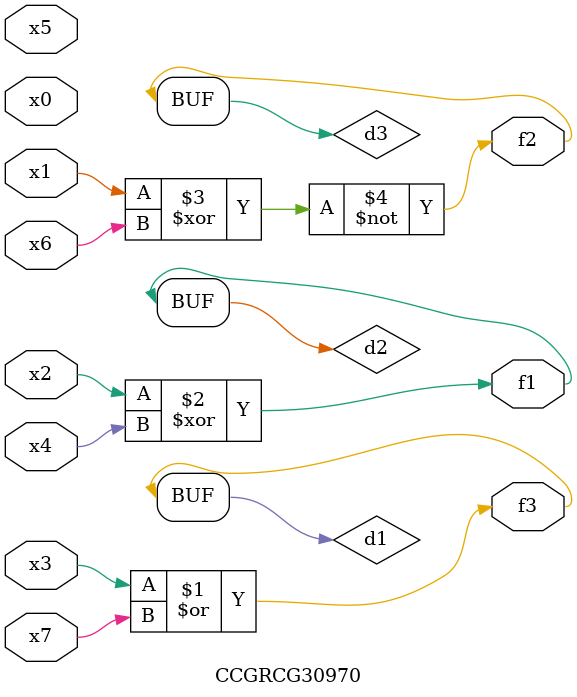
<source format=v>
module CCGRCG30970(
	input x0, x1, x2, x3, x4, x5, x6, x7,
	output f1, f2, f3
);

	wire d1, d2, d3;

	or (d1, x3, x7);
	xor (d2, x2, x4);
	xnor (d3, x1, x6);
	assign f1 = d2;
	assign f2 = d3;
	assign f3 = d1;
endmodule

</source>
